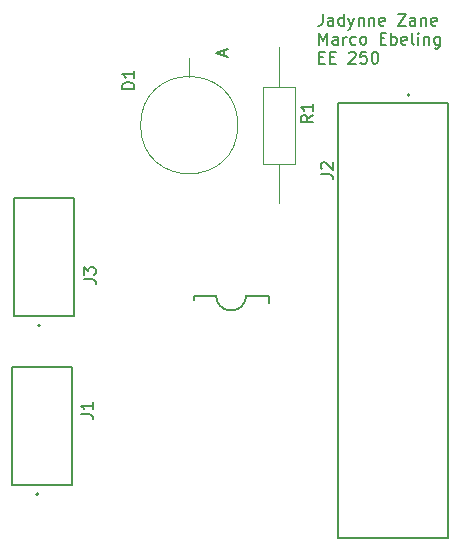
<source format=gbr>
%TF.GenerationSoftware,KiCad,Pcbnew,7.0.7*%
%TF.CreationDate,2025-03-25T10:33:11-07:00*%
%TF.ProjectId,lab7,6c616237-2e6b-4696-9361-645f70636258,rev?*%
%TF.SameCoordinates,Original*%
%TF.FileFunction,Legend,Top*%
%TF.FilePolarity,Positive*%
%FSLAX46Y46*%
G04 Gerber Fmt 4.6, Leading zero omitted, Abs format (unit mm)*
G04 Created by KiCad (PCBNEW 7.0.7) date 2025-03-25 10:33:11*
%MOMM*%
%LPD*%
G01*
G04 APERTURE LIST*
%ADD10C,0.150000*%
%ADD11C,0.120000*%
%ADD12C,0.127000*%
%ADD13C,0.200000*%
G04 APERTURE END LIST*
D10*
X107810493Y-43909819D02*
X107810493Y-44624104D01*
X107810493Y-44624104D02*
X107762874Y-44766961D01*
X107762874Y-44766961D02*
X107667636Y-44862200D01*
X107667636Y-44862200D02*
X107524779Y-44909819D01*
X107524779Y-44909819D02*
X107429541Y-44909819D01*
X108715255Y-44909819D02*
X108715255Y-44386009D01*
X108715255Y-44386009D02*
X108667636Y-44290771D01*
X108667636Y-44290771D02*
X108572398Y-44243152D01*
X108572398Y-44243152D02*
X108381922Y-44243152D01*
X108381922Y-44243152D02*
X108286684Y-44290771D01*
X108715255Y-44862200D02*
X108620017Y-44909819D01*
X108620017Y-44909819D02*
X108381922Y-44909819D01*
X108381922Y-44909819D02*
X108286684Y-44862200D01*
X108286684Y-44862200D02*
X108239065Y-44766961D01*
X108239065Y-44766961D02*
X108239065Y-44671723D01*
X108239065Y-44671723D02*
X108286684Y-44576485D01*
X108286684Y-44576485D02*
X108381922Y-44528866D01*
X108381922Y-44528866D02*
X108620017Y-44528866D01*
X108620017Y-44528866D02*
X108715255Y-44481247D01*
X109620017Y-44909819D02*
X109620017Y-43909819D01*
X109620017Y-44862200D02*
X109524779Y-44909819D01*
X109524779Y-44909819D02*
X109334303Y-44909819D01*
X109334303Y-44909819D02*
X109239065Y-44862200D01*
X109239065Y-44862200D02*
X109191446Y-44814580D01*
X109191446Y-44814580D02*
X109143827Y-44719342D01*
X109143827Y-44719342D02*
X109143827Y-44433628D01*
X109143827Y-44433628D02*
X109191446Y-44338390D01*
X109191446Y-44338390D02*
X109239065Y-44290771D01*
X109239065Y-44290771D02*
X109334303Y-44243152D01*
X109334303Y-44243152D02*
X109524779Y-44243152D01*
X109524779Y-44243152D02*
X109620017Y-44290771D01*
X110000970Y-44243152D02*
X110239065Y-44909819D01*
X110477160Y-44243152D02*
X110239065Y-44909819D01*
X110239065Y-44909819D02*
X110143827Y-45147914D01*
X110143827Y-45147914D02*
X110096208Y-45195533D01*
X110096208Y-45195533D02*
X110000970Y-45243152D01*
X110858113Y-44243152D02*
X110858113Y-44909819D01*
X110858113Y-44338390D02*
X110905732Y-44290771D01*
X110905732Y-44290771D02*
X111000970Y-44243152D01*
X111000970Y-44243152D02*
X111143827Y-44243152D01*
X111143827Y-44243152D02*
X111239065Y-44290771D01*
X111239065Y-44290771D02*
X111286684Y-44386009D01*
X111286684Y-44386009D02*
X111286684Y-44909819D01*
X111762875Y-44243152D02*
X111762875Y-44909819D01*
X111762875Y-44338390D02*
X111810494Y-44290771D01*
X111810494Y-44290771D02*
X111905732Y-44243152D01*
X111905732Y-44243152D02*
X112048589Y-44243152D01*
X112048589Y-44243152D02*
X112143827Y-44290771D01*
X112143827Y-44290771D02*
X112191446Y-44386009D01*
X112191446Y-44386009D02*
X112191446Y-44909819D01*
X113048589Y-44862200D02*
X112953351Y-44909819D01*
X112953351Y-44909819D02*
X112762875Y-44909819D01*
X112762875Y-44909819D02*
X112667637Y-44862200D01*
X112667637Y-44862200D02*
X112620018Y-44766961D01*
X112620018Y-44766961D02*
X112620018Y-44386009D01*
X112620018Y-44386009D02*
X112667637Y-44290771D01*
X112667637Y-44290771D02*
X112762875Y-44243152D01*
X112762875Y-44243152D02*
X112953351Y-44243152D01*
X112953351Y-44243152D02*
X113048589Y-44290771D01*
X113048589Y-44290771D02*
X113096208Y-44386009D01*
X113096208Y-44386009D02*
X113096208Y-44481247D01*
X113096208Y-44481247D02*
X112620018Y-44576485D01*
X114191447Y-43909819D02*
X114858113Y-43909819D01*
X114858113Y-43909819D02*
X114191447Y-44909819D01*
X114191447Y-44909819D02*
X114858113Y-44909819D01*
X115667637Y-44909819D02*
X115667637Y-44386009D01*
X115667637Y-44386009D02*
X115620018Y-44290771D01*
X115620018Y-44290771D02*
X115524780Y-44243152D01*
X115524780Y-44243152D02*
X115334304Y-44243152D01*
X115334304Y-44243152D02*
X115239066Y-44290771D01*
X115667637Y-44862200D02*
X115572399Y-44909819D01*
X115572399Y-44909819D02*
X115334304Y-44909819D01*
X115334304Y-44909819D02*
X115239066Y-44862200D01*
X115239066Y-44862200D02*
X115191447Y-44766961D01*
X115191447Y-44766961D02*
X115191447Y-44671723D01*
X115191447Y-44671723D02*
X115239066Y-44576485D01*
X115239066Y-44576485D02*
X115334304Y-44528866D01*
X115334304Y-44528866D02*
X115572399Y-44528866D01*
X115572399Y-44528866D02*
X115667637Y-44481247D01*
X116143828Y-44243152D02*
X116143828Y-44909819D01*
X116143828Y-44338390D02*
X116191447Y-44290771D01*
X116191447Y-44290771D02*
X116286685Y-44243152D01*
X116286685Y-44243152D02*
X116429542Y-44243152D01*
X116429542Y-44243152D02*
X116524780Y-44290771D01*
X116524780Y-44290771D02*
X116572399Y-44386009D01*
X116572399Y-44386009D02*
X116572399Y-44909819D01*
X117429542Y-44862200D02*
X117334304Y-44909819D01*
X117334304Y-44909819D02*
X117143828Y-44909819D01*
X117143828Y-44909819D02*
X117048590Y-44862200D01*
X117048590Y-44862200D02*
X117000971Y-44766961D01*
X117000971Y-44766961D02*
X117000971Y-44386009D01*
X117000971Y-44386009D02*
X117048590Y-44290771D01*
X117048590Y-44290771D02*
X117143828Y-44243152D01*
X117143828Y-44243152D02*
X117334304Y-44243152D01*
X117334304Y-44243152D02*
X117429542Y-44290771D01*
X117429542Y-44290771D02*
X117477161Y-44386009D01*
X117477161Y-44386009D02*
X117477161Y-44481247D01*
X117477161Y-44481247D02*
X117000971Y-44576485D01*
X107524779Y-46519819D02*
X107524779Y-45519819D01*
X107524779Y-45519819D02*
X107858112Y-46234104D01*
X107858112Y-46234104D02*
X108191445Y-45519819D01*
X108191445Y-45519819D02*
X108191445Y-46519819D01*
X109096207Y-46519819D02*
X109096207Y-45996009D01*
X109096207Y-45996009D02*
X109048588Y-45900771D01*
X109048588Y-45900771D02*
X108953350Y-45853152D01*
X108953350Y-45853152D02*
X108762874Y-45853152D01*
X108762874Y-45853152D02*
X108667636Y-45900771D01*
X109096207Y-46472200D02*
X109000969Y-46519819D01*
X109000969Y-46519819D02*
X108762874Y-46519819D01*
X108762874Y-46519819D02*
X108667636Y-46472200D01*
X108667636Y-46472200D02*
X108620017Y-46376961D01*
X108620017Y-46376961D02*
X108620017Y-46281723D01*
X108620017Y-46281723D02*
X108667636Y-46186485D01*
X108667636Y-46186485D02*
X108762874Y-46138866D01*
X108762874Y-46138866D02*
X109000969Y-46138866D01*
X109000969Y-46138866D02*
X109096207Y-46091247D01*
X109572398Y-46519819D02*
X109572398Y-45853152D01*
X109572398Y-46043628D02*
X109620017Y-45948390D01*
X109620017Y-45948390D02*
X109667636Y-45900771D01*
X109667636Y-45900771D02*
X109762874Y-45853152D01*
X109762874Y-45853152D02*
X109858112Y-45853152D01*
X110620017Y-46472200D02*
X110524779Y-46519819D01*
X110524779Y-46519819D02*
X110334303Y-46519819D01*
X110334303Y-46519819D02*
X110239065Y-46472200D01*
X110239065Y-46472200D02*
X110191446Y-46424580D01*
X110191446Y-46424580D02*
X110143827Y-46329342D01*
X110143827Y-46329342D02*
X110143827Y-46043628D01*
X110143827Y-46043628D02*
X110191446Y-45948390D01*
X110191446Y-45948390D02*
X110239065Y-45900771D01*
X110239065Y-45900771D02*
X110334303Y-45853152D01*
X110334303Y-45853152D02*
X110524779Y-45853152D01*
X110524779Y-45853152D02*
X110620017Y-45900771D01*
X111191446Y-46519819D02*
X111096208Y-46472200D01*
X111096208Y-46472200D02*
X111048589Y-46424580D01*
X111048589Y-46424580D02*
X111000970Y-46329342D01*
X111000970Y-46329342D02*
X111000970Y-46043628D01*
X111000970Y-46043628D02*
X111048589Y-45948390D01*
X111048589Y-45948390D02*
X111096208Y-45900771D01*
X111096208Y-45900771D02*
X111191446Y-45853152D01*
X111191446Y-45853152D02*
X111334303Y-45853152D01*
X111334303Y-45853152D02*
X111429541Y-45900771D01*
X111429541Y-45900771D02*
X111477160Y-45948390D01*
X111477160Y-45948390D02*
X111524779Y-46043628D01*
X111524779Y-46043628D02*
X111524779Y-46329342D01*
X111524779Y-46329342D02*
X111477160Y-46424580D01*
X111477160Y-46424580D02*
X111429541Y-46472200D01*
X111429541Y-46472200D02*
X111334303Y-46519819D01*
X111334303Y-46519819D02*
X111191446Y-46519819D01*
X112715256Y-45996009D02*
X113048589Y-45996009D01*
X113191446Y-46519819D02*
X112715256Y-46519819D01*
X112715256Y-46519819D02*
X112715256Y-45519819D01*
X112715256Y-45519819D02*
X113191446Y-45519819D01*
X113620018Y-46519819D02*
X113620018Y-45519819D01*
X113620018Y-45900771D02*
X113715256Y-45853152D01*
X113715256Y-45853152D02*
X113905732Y-45853152D01*
X113905732Y-45853152D02*
X114000970Y-45900771D01*
X114000970Y-45900771D02*
X114048589Y-45948390D01*
X114048589Y-45948390D02*
X114096208Y-46043628D01*
X114096208Y-46043628D02*
X114096208Y-46329342D01*
X114096208Y-46329342D02*
X114048589Y-46424580D01*
X114048589Y-46424580D02*
X114000970Y-46472200D01*
X114000970Y-46472200D02*
X113905732Y-46519819D01*
X113905732Y-46519819D02*
X113715256Y-46519819D01*
X113715256Y-46519819D02*
X113620018Y-46472200D01*
X114905732Y-46472200D02*
X114810494Y-46519819D01*
X114810494Y-46519819D02*
X114620018Y-46519819D01*
X114620018Y-46519819D02*
X114524780Y-46472200D01*
X114524780Y-46472200D02*
X114477161Y-46376961D01*
X114477161Y-46376961D02*
X114477161Y-45996009D01*
X114477161Y-45996009D02*
X114524780Y-45900771D01*
X114524780Y-45900771D02*
X114620018Y-45853152D01*
X114620018Y-45853152D02*
X114810494Y-45853152D01*
X114810494Y-45853152D02*
X114905732Y-45900771D01*
X114905732Y-45900771D02*
X114953351Y-45996009D01*
X114953351Y-45996009D02*
X114953351Y-46091247D01*
X114953351Y-46091247D02*
X114477161Y-46186485D01*
X115524780Y-46519819D02*
X115429542Y-46472200D01*
X115429542Y-46472200D02*
X115381923Y-46376961D01*
X115381923Y-46376961D02*
X115381923Y-45519819D01*
X115905733Y-46519819D02*
X115905733Y-45853152D01*
X115905733Y-45519819D02*
X115858114Y-45567438D01*
X115858114Y-45567438D02*
X115905733Y-45615057D01*
X115905733Y-45615057D02*
X115953352Y-45567438D01*
X115953352Y-45567438D02*
X115905733Y-45519819D01*
X115905733Y-45519819D02*
X115905733Y-45615057D01*
X116381923Y-45853152D02*
X116381923Y-46519819D01*
X116381923Y-45948390D02*
X116429542Y-45900771D01*
X116429542Y-45900771D02*
X116524780Y-45853152D01*
X116524780Y-45853152D02*
X116667637Y-45853152D01*
X116667637Y-45853152D02*
X116762875Y-45900771D01*
X116762875Y-45900771D02*
X116810494Y-45996009D01*
X116810494Y-45996009D02*
X116810494Y-46519819D01*
X117715256Y-45853152D02*
X117715256Y-46662676D01*
X117715256Y-46662676D02*
X117667637Y-46757914D01*
X117667637Y-46757914D02*
X117620018Y-46805533D01*
X117620018Y-46805533D02*
X117524780Y-46853152D01*
X117524780Y-46853152D02*
X117381923Y-46853152D01*
X117381923Y-46853152D02*
X117286685Y-46805533D01*
X117715256Y-46472200D02*
X117620018Y-46519819D01*
X117620018Y-46519819D02*
X117429542Y-46519819D01*
X117429542Y-46519819D02*
X117334304Y-46472200D01*
X117334304Y-46472200D02*
X117286685Y-46424580D01*
X117286685Y-46424580D02*
X117239066Y-46329342D01*
X117239066Y-46329342D02*
X117239066Y-46043628D01*
X117239066Y-46043628D02*
X117286685Y-45948390D01*
X117286685Y-45948390D02*
X117334304Y-45900771D01*
X117334304Y-45900771D02*
X117429542Y-45853152D01*
X117429542Y-45853152D02*
X117620018Y-45853152D01*
X117620018Y-45853152D02*
X117715256Y-45900771D01*
X107524779Y-47606009D02*
X107858112Y-47606009D01*
X108000969Y-48129819D02*
X107524779Y-48129819D01*
X107524779Y-48129819D02*
X107524779Y-47129819D01*
X107524779Y-47129819D02*
X108000969Y-47129819D01*
X108429541Y-47606009D02*
X108762874Y-47606009D01*
X108905731Y-48129819D02*
X108429541Y-48129819D01*
X108429541Y-48129819D02*
X108429541Y-47129819D01*
X108429541Y-47129819D02*
X108905731Y-47129819D01*
X110048589Y-47225057D02*
X110096208Y-47177438D01*
X110096208Y-47177438D02*
X110191446Y-47129819D01*
X110191446Y-47129819D02*
X110429541Y-47129819D01*
X110429541Y-47129819D02*
X110524779Y-47177438D01*
X110524779Y-47177438D02*
X110572398Y-47225057D01*
X110572398Y-47225057D02*
X110620017Y-47320295D01*
X110620017Y-47320295D02*
X110620017Y-47415533D01*
X110620017Y-47415533D02*
X110572398Y-47558390D01*
X110572398Y-47558390D02*
X110000970Y-48129819D01*
X110000970Y-48129819D02*
X110620017Y-48129819D01*
X111524779Y-47129819D02*
X111048589Y-47129819D01*
X111048589Y-47129819D02*
X111000970Y-47606009D01*
X111000970Y-47606009D02*
X111048589Y-47558390D01*
X111048589Y-47558390D02*
X111143827Y-47510771D01*
X111143827Y-47510771D02*
X111381922Y-47510771D01*
X111381922Y-47510771D02*
X111477160Y-47558390D01*
X111477160Y-47558390D02*
X111524779Y-47606009D01*
X111524779Y-47606009D02*
X111572398Y-47701247D01*
X111572398Y-47701247D02*
X111572398Y-47939342D01*
X111572398Y-47939342D02*
X111524779Y-48034580D01*
X111524779Y-48034580D02*
X111477160Y-48082200D01*
X111477160Y-48082200D02*
X111381922Y-48129819D01*
X111381922Y-48129819D02*
X111143827Y-48129819D01*
X111143827Y-48129819D02*
X111048589Y-48082200D01*
X111048589Y-48082200D02*
X111000970Y-48034580D01*
X112191446Y-47129819D02*
X112286684Y-47129819D01*
X112286684Y-47129819D02*
X112381922Y-47177438D01*
X112381922Y-47177438D02*
X112429541Y-47225057D01*
X112429541Y-47225057D02*
X112477160Y-47320295D01*
X112477160Y-47320295D02*
X112524779Y-47510771D01*
X112524779Y-47510771D02*
X112524779Y-47748866D01*
X112524779Y-47748866D02*
X112477160Y-47939342D01*
X112477160Y-47939342D02*
X112429541Y-48034580D01*
X112429541Y-48034580D02*
X112381922Y-48082200D01*
X112381922Y-48082200D02*
X112286684Y-48129819D01*
X112286684Y-48129819D02*
X112191446Y-48129819D01*
X112191446Y-48129819D02*
X112096208Y-48082200D01*
X112096208Y-48082200D02*
X112048589Y-48034580D01*
X112048589Y-48034580D02*
X112000970Y-47939342D01*
X112000970Y-47939342D02*
X111953351Y-47748866D01*
X111953351Y-47748866D02*
X111953351Y-47510771D01*
X111953351Y-47510771D02*
X112000970Y-47320295D01*
X112000970Y-47320295D02*
X112048589Y-47225057D01*
X112048589Y-47225057D02*
X112096208Y-47177438D01*
X112096208Y-47177438D02*
X112191446Y-47129819D01*
X91854819Y-50268094D02*
X90854819Y-50268094D01*
X90854819Y-50268094D02*
X90854819Y-50029999D01*
X90854819Y-50029999D02*
X90902438Y-49887142D01*
X90902438Y-49887142D02*
X90997676Y-49791904D01*
X90997676Y-49791904D02*
X91092914Y-49744285D01*
X91092914Y-49744285D02*
X91283390Y-49696666D01*
X91283390Y-49696666D02*
X91426247Y-49696666D01*
X91426247Y-49696666D02*
X91616723Y-49744285D01*
X91616723Y-49744285D02*
X91711961Y-49791904D01*
X91711961Y-49791904D02*
X91807200Y-49887142D01*
X91807200Y-49887142D02*
X91854819Y-50029999D01*
X91854819Y-50029999D02*
X91854819Y-50268094D01*
X91854819Y-48744285D02*
X91854819Y-49315713D01*
X91854819Y-49029999D02*
X90854819Y-49029999D01*
X90854819Y-49029999D02*
X90997676Y-49125237D01*
X90997676Y-49125237D02*
X91092914Y-49220475D01*
X91092914Y-49220475D02*
X91140533Y-49315713D01*
X99483104Y-47482094D02*
X99483104Y-47005904D01*
X99768819Y-47577332D02*
X98768819Y-47243999D01*
X98768819Y-47243999D02*
X99768819Y-46910666D01*
X87592819Y-66373333D02*
X88307104Y-66373333D01*
X88307104Y-66373333D02*
X88449961Y-66420952D01*
X88449961Y-66420952D02*
X88545200Y-66516190D01*
X88545200Y-66516190D02*
X88592819Y-66659047D01*
X88592819Y-66659047D02*
X88592819Y-66754285D01*
X87592819Y-65992380D02*
X87592819Y-65373333D01*
X87592819Y-65373333D02*
X87973771Y-65706666D01*
X87973771Y-65706666D02*
X87973771Y-65563809D01*
X87973771Y-65563809D02*
X88021390Y-65468571D01*
X88021390Y-65468571D02*
X88069009Y-65420952D01*
X88069009Y-65420952D02*
X88164247Y-65373333D01*
X88164247Y-65373333D02*
X88402342Y-65373333D01*
X88402342Y-65373333D02*
X88497580Y-65420952D01*
X88497580Y-65420952D02*
X88545200Y-65468571D01*
X88545200Y-65468571D02*
X88592819Y-65563809D01*
X88592819Y-65563809D02*
X88592819Y-65849523D01*
X88592819Y-65849523D02*
X88545200Y-65944761D01*
X88545200Y-65944761D02*
X88497580Y-65992380D01*
X107658819Y-57483333D02*
X108373104Y-57483333D01*
X108373104Y-57483333D02*
X108515961Y-57530952D01*
X108515961Y-57530952D02*
X108611200Y-57626190D01*
X108611200Y-57626190D02*
X108658819Y-57769047D01*
X108658819Y-57769047D02*
X108658819Y-57864285D01*
X107754057Y-57054761D02*
X107706438Y-57007142D01*
X107706438Y-57007142D02*
X107658819Y-56911904D01*
X107658819Y-56911904D02*
X107658819Y-56673809D01*
X107658819Y-56673809D02*
X107706438Y-56578571D01*
X107706438Y-56578571D02*
X107754057Y-56530952D01*
X107754057Y-56530952D02*
X107849295Y-56483333D01*
X107849295Y-56483333D02*
X107944533Y-56483333D01*
X107944533Y-56483333D02*
X108087390Y-56530952D01*
X108087390Y-56530952D02*
X108658819Y-57102380D01*
X108658819Y-57102380D02*
X108658819Y-56483333D01*
X87338819Y-77803333D02*
X88053104Y-77803333D01*
X88053104Y-77803333D02*
X88195961Y-77850952D01*
X88195961Y-77850952D02*
X88291200Y-77946190D01*
X88291200Y-77946190D02*
X88338819Y-78089047D01*
X88338819Y-78089047D02*
X88338819Y-78184285D01*
X88338819Y-76803333D02*
X88338819Y-77374761D01*
X88338819Y-77089047D02*
X87338819Y-77089047D01*
X87338819Y-77089047D02*
X87481676Y-77184285D01*
X87481676Y-77184285D02*
X87576914Y-77279523D01*
X87576914Y-77279523D02*
X87624533Y-77374761D01*
X106964819Y-52490666D02*
X106488628Y-52823999D01*
X106964819Y-53062094D02*
X105964819Y-53062094D01*
X105964819Y-53062094D02*
X105964819Y-52681142D01*
X105964819Y-52681142D02*
X106012438Y-52585904D01*
X106012438Y-52585904D02*
X106060057Y-52538285D01*
X106060057Y-52538285D02*
X106155295Y-52490666D01*
X106155295Y-52490666D02*
X106298152Y-52490666D01*
X106298152Y-52490666D02*
X106393390Y-52538285D01*
X106393390Y-52538285D02*
X106441009Y-52585904D01*
X106441009Y-52585904D02*
X106488628Y-52681142D01*
X106488628Y-52681142D02*
X106488628Y-53062094D01*
X106964819Y-51538285D02*
X106964819Y-52109713D01*
X106964819Y-51823999D02*
X105964819Y-51823999D01*
X105964819Y-51823999D02*
X106107676Y-51919237D01*
X106107676Y-51919237D02*
X106202914Y-52014475D01*
X106202914Y-52014475D02*
X106250533Y-52109713D01*
D11*
%TO.C,D1*%
X96520000Y-49220000D02*
X96520000Y-47620000D01*
X100640000Y-53340000D02*
G75*
G03*
X100640000Y-53340000I-4120000J0D01*
G01*
D12*
%TO.C,J3*%
X81670000Y-69500000D02*
X81670000Y-59500000D01*
X86770000Y-69500000D02*
X81670000Y-69500000D01*
X81670000Y-59500000D02*
X86770000Y-59500000D01*
X86770000Y-59500000D02*
X86770000Y-69500000D01*
D13*
X83920000Y-70300000D02*
G75*
G03*
X83920000Y-70300000I-100000J0D01*
G01*
D12*
%TO.C,U1*%
X103235000Y-67800000D02*
X103235000Y-68385000D01*
X101330000Y-67800000D02*
X103235000Y-67800000D01*
X96885000Y-67800000D02*
X98790000Y-67800000D01*
X96885000Y-67800000D02*
X96885000Y-68110000D01*
X100110000Y-69020000D02*
G75*
G03*
X101330000Y-67800000I-1J1220001D01*
G01*
X98790000Y-67800000D02*
G75*
G03*
X100010000Y-69020000I1220001J1D01*
G01*
D13*
%TO.C,J2*%
X118427000Y-51435000D02*
X109157000Y-51435000D01*
X118427000Y-88265000D02*
X118427000Y-51435000D01*
X109157000Y-88265000D02*
X109157000Y-51435000D01*
X109157000Y-88265000D02*
X118427000Y-88265000D01*
X115162000Y-50785000D02*
G75*
G03*
X115162000Y-50785000I-100000J0D01*
G01*
D12*
%TO.C,J1*%
X81490000Y-83790000D02*
X81490000Y-73790000D01*
X86590000Y-83790000D02*
X81490000Y-83790000D01*
X81490000Y-73790000D02*
X86590000Y-73790000D01*
X86590000Y-73790000D02*
X86590000Y-83790000D01*
D13*
X83740000Y-84590000D02*
G75*
G03*
X83740000Y-84590000I-100000J0D01*
G01*
D11*
%TO.C,R1*%
X104140000Y-46760000D02*
X104140000Y-50070000D01*
X105510000Y-50070000D02*
X102770000Y-50070000D01*
X102770000Y-50070000D02*
X102770000Y-56610000D01*
X105510000Y-56610000D02*
X105510000Y-50070000D01*
X102770000Y-56610000D02*
X105510000Y-56610000D01*
X104140000Y-59920000D02*
X104140000Y-56610000D01*
%TD*%
M02*

</source>
